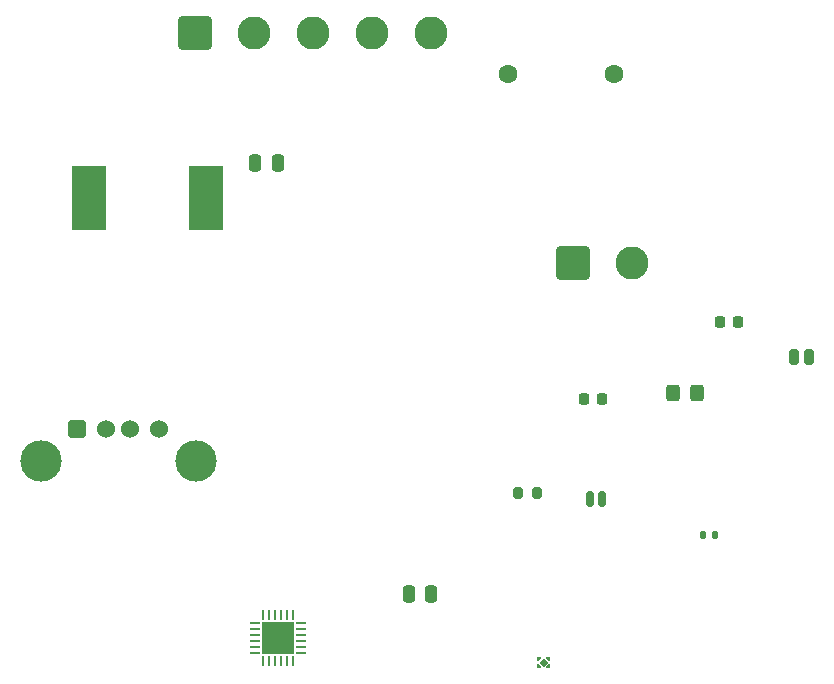
<source format=gbr>
%TF.GenerationSoftware,KiCad,Pcbnew,9.0.0*%
%TF.CreationDate,2025-03-31T12:00:39+05:30*%
%TF.ProjectId,ass kicad,61737320-6b69-4636-9164-2e6b69636164,rev?*%
%TF.SameCoordinates,Original*%
%TF.FileFunction,Soldermask,Top*%
%TF.FilePolarity,Negative*%
%FSLAX46Y46*%
G04 Gerber Fmt 4.6, Leading zero omitted, Abs format (unit mm)*
G04 Created by KiCad (PCBNEW 9.0.0) date 2025-03-31 12:00:39*
%MOMM*%
%LPD*%
G01*
G04 APERTURE LIST*
G04 Aperture macros list*
%AMRoundRect*
0 Rectangle with rounded corners*
0 $1 Rounding radius*
0 $2 $3 $4 $5 $6 $7 $8 $9 X,Y pos of 4 corners*
0 Add a 4 corners polygon primitive as box body*
4,1,4,$2,$3,$4,$5,$6,$7,$8,$9,$2,$3,0*
0 Add four circle primitives for the rounded corners*
1,1,$1+$1,$2,$3*
1,1,$1+$1,$4,$5*
1,1,$1+$1,$6,$7*
1,1,$1+$1,$8,$9*
0 Add four rect primitives between the rounded corners*
20,1,$1+$1,$2,$3,$4,$5,0*
20,1,$1+$1,$4,$5,$6,$7,0*
20,1,$1+$1,$6,$7,$8,$9,0*
20,1,$1+$1,$8,$9,$2,$3,0*%
%AMRotRect*
0 Rectangle, with rotation*
0 The origin of the aperture is its center*
0 $1 length*
0 $2 width*
0 $3 Rotation angle, in degrees counterclockwise*
0 Add horizontal line*
21,1,$1,$2,0,0,$3*%
%AMFreePoly0*
4,1,6,0.130000,0.115000,0.130000,-0.115000,-0.130000,-0.115000,-0.130000,0.275000,-0.020000,0.275000,0.130000,0.115000,0.130000,0.115000,$1*%
%AMFreePoly1*
4,1,6,0.130000,-0.115000,-0.130000,-0.115000,-0.130000,0.115000,0.020000,0.275000,0.130000,0.275000,0.130000,-0.115000,0.130000,-0.115000,$1*%
G04 Aperture macros list end*
%ADD10RoundRect,0.225000X-0.225000X-0.250000X0.225000X-0.250000X0.225000X0.250000X-0.225000X0.250000X0*%
%ADD11RoundRect,0.250001X-1.149999X-1.149999X1.149999X-1.149999X1.149999X1.149999X-1.149999X1.149999X0*%
%ADD12C,2.800000*%
%ADD13RoundRect,0.208750X-0.208750X-0.431250X0.208750X-0.431250X0.208750X0.431250X-0.208750X0.431250X0*%
%ADD14R,2.900000X5.400000*%
%ADD15FreePoly0,270.000000*%
%ADD16FreePoly1,270.000000*%
%ADD17FreePoly0,90.000000*%
%ADD18FreePoly1,90.000000*%
%ADD19RotRect,0.520000X0.520000X135.000000*%
%ADD20RoundRect,0.250000X-0.512000X-0.512000X0.512000X-0.512000X0.512000X0.512000X-0.512000X0.512000X0*%
%ADD21C,1.524000*%
%ADD22C,3.500000*%
%ADD23C,1.600000*%
%ADD24RoundRect,0.250000X-0.250000X-0.475000X0.250000X-0.475000X0.250000X0.475000X-0.250000X0.475000X0*%
%ADD25RoundRect,0.218750X-0.218750X-0.256250X0.218750X-0.256250X0.218750X0.256250X-0.218750X0.256250X0*%
%ADD26RoundRect,0.062500X-0.350000X-0.062500X0.350000X-0.062500X0.350000X0.062500X-0.350000X0.062500X0*%
%ADD27RoundRect,0.062500X-0.062500X-0.350000X0.062500X-0.350000X0.062500X0.350000X-0.062500X0.350000X0*%
%ADD28R,2.700000X2.700000*%
%ADD29RoundRect,0.140000X-0.140000X-0.170000X0.140000X-0.170000X0.140000X0.170000X-0.140000X0.170000X0*%
%ADD30RoundRect,0.165000X-0.165000X-0.475000X0.165000X-0.475000X0.165000X0.475000X-0.165000X0.475000X0*%
%ADD31RoundRect,0.200000X-0.200000X-0.275000X0.200000X-0.275000X0.200000X0.275000X-0.200000X0.275000X0*%
%ADD32RoundRect,0.250000X-0.325000X-0.450000X0.325000X-0.450000X0.325000X0.450000X-0.325000X0.450000X0*%
G04 APERTURE END LIST*
D10*
%TO.C,C6*%
X157450000Y-95500000D03*
X159000000Y-95500000D03*
%TD*%
D11*
%TO.C,J3*%
X156500000Y-84000000D03*
D12*
X161500000Y-84000000D03*
%TD*%
D13*
%TO.C,C3*%
X175245000Y-92000000D03*
X176500000Y-92000000D03*
%TD*%
D14*
%TO.C,L1*%
X115550000Y-78500000D03*
X125450000Y-78500000D03*
%TD*%
D15*
%TO.C,U2*%
X153530000Y-117500000D03*
D16*
X153530000Y-118150000D03*
D17*
X154500000Y-118150000D03*
D18*
X154500000Y-117500000D03*
D19*
X154015000Y-117825000D03*
%TD*%
D20*
%TO.C,J2*%
X114500000Y-98067500D03*
D21*
X117000000Y-98067500D03*
X119000000Y-98067500D03*
X121500000Y-98067500D03*
D22*
X111430000Y-100777500D03*
X124570000Y-100777500D03*
%TD*%
D23*
%TO.C,TH1*%
X151000000Y-68000000D03*
X160000000Y-68000000D03*
%TD*%
D24*
%TO.C,C5*%
X142600000Y-112000000D03*
X144500000Y-112000000D03*
%TD*%
D25*
%TO.C,D1*%
X168925000Y-89000000D03*
X170500000Y-89000000D03*
%TD*%
D26*
%TO.C,U1*%
X129575000Y-114500000D03*
X129575000Y-115000000D03*
X129575000Y-115500000D03*
X129575000Y-116000000D03*
X129575000Y-116500000D03*
X129575000Y-117000000D03*
D27*
X130287500Y-117712500D03*
X130787500Y-117712500D03*
X131287500Y-117712500D03*
X131787500Y-117712500D03*
X132287500Y-117712500D03*
X132787500Y-117712500D03*
D26*
X133500000Y-117000000D03*
X133500000Y-116500000D03*
X133500000Y-116000000D03*
X133500000Y-115500000D03*
X133500000Y-115000000D03*
X133500000Y-114500000D03*
D27*
X132787500Y-113787500D03*
X132287500Y-113787500D03*
X131787500Y-113787500D03*
X131287500Y-113787500D03*
X130787500Y-113787500D03*
X130287500Y-113787500D03*
D28*
X131537500Y-115750000D03*
%TD*%
D29*
%TO.C,C2*%
X167540000Y-107000000D03*
X168500000Y-107000000D03*
%TD*%
D24*
%TO.C,C4*%
X129600000Y-75500000D03*
X131500000Y-75500000D03*
%TD*%
D30*
%TO.C,C1*%
X157920000Y-104000000D03*
X159000000Y-104000000D03*
%TD*%
D31*
%TO.C,R1*%
X151850000Y-103500000D03*
X153500000Y-103500000D03*
%TD*%
D11*
%TO.C,J4*%
X124500000Y-64500000D03*
D12*
X129500000Y-64500000D03*
X134500000Y-64500000D03*
X139500000Y-64500000D03*
X144500000Y-64500000D03*
%TD*%
D32*
%TO.C,D2*%
X164950000Y-95000000D03*
X167000000Y-95000000D03*
%TD*%
M02*

</source>
